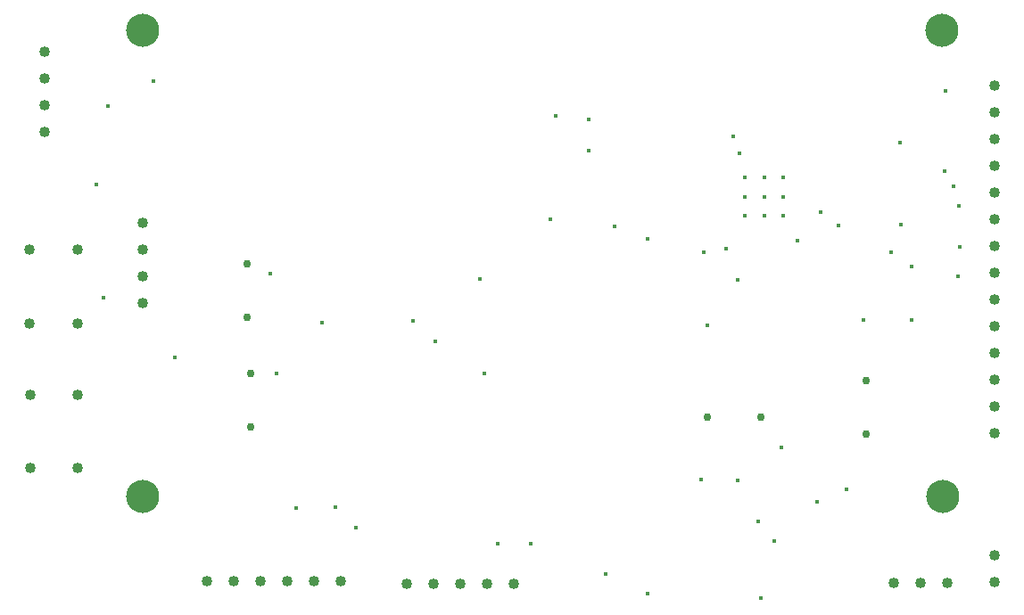
<source format=gbr>
G04 PROTEUS GERBER X2 FILE*
%TF.GenerationSoftware,Labcenter,Proteus,8.17-SP2-Build37159*%
%TF.CreationDate,2024-05-15T18:34:46+00:00*%
%TF.FileFunction,Plated,1,2,PTH*%
%TF.FilePolarity,Positive*%
%TF.Part,Single*%
%TF.SameCoordinates,{2fb43601-861e-418b-a464-66e3711116c9}*%
%FSLAX45Y45*%
%MOMM*%
G01*
%TA.AperFunction,ViaDrill*%
%ADD69C,0.381000*%
%TA.AperFunction,ComponentDrill*%
%ADD74C,1.016000*%
%TA.AperFunction,ComponentDrill*%
%ADD75C,0.762000*%
%TA.AperFunction,OtherDrill,Unknown*%
%ADD76C,3.150000*%
%ADD77C,1.016000*%
%TD.AperFunction*%
D69*
X-2993767Y+2124458D03*
X-3429625Y+1894004D03*
X+2743200Y-2057400D03*
X+270000Y-2266382D03*
X+770000Y+820000D03*
X+1131568Y+1468339D03*
X+1131568Y+1761768D03*
X+2773356Y-2784537D03*
X-1890000Y+297250D03*
X-1830000Y-649750D03*
X+2264912Y-190362D03*
X+2617000Y+1030000D03*
X+2800000Y+1030000D03*
X+2983000Y+1030000D03*
X+2983000Y+847000D03*
X+2800000Y+847000D03*
X+2617000Y+847000D03*
X+2617000Y+1214000D03*
X+2800000Y+1214000D03*
X+2983000Y+1214000D03*
X+144969Y-649750D03*
X-1075001Y-2115986D03*
X+2200000Y-1660000D03*
X+3581400Y-1752600D03*
X-531760Y-151955D03*
X+100000Y+250000D03*
X-1270000Y-1920000D03*
X-1642857Y-1928682D03*
X+3335833Y+884568D03*
X+4517440Y+1271372D03*
X+2566577Y+1446094D03*
X-3468191Y+73202D03*
X-3534596Y+1146753D03*
X+820000Y+1800000D03*
X+2506843Y+1601922D03*
X+4092025Y+1543909D03*
X+1695747Y-2741132D03*
X+1697730Y+632350D03*
X-1393488Y-162294D03*
X+2551677Y-1663344D03*
X+2439493Y+536679D03*
X+1381200Y+752400D03*
X+1300000Y-2550000D03*
X+583319Y-2265055D03*
X+4518775Y+2037039D03*
X+3507792Y+755111D03*
X+4596834Y+1130800D03*
X+4010000Y+500000D03*
X+4647651Y+942405D03*
X+2225625Y+499828D03*
X+2550000Y+240000D03*
X+3114606Y+615904D03*
X+4653570Y+556296D03*
X-2790000Y-492750D03*
X+4098734Y+764000D03*
X+2965539Y-1350000D03*
X+2898209Y-2241791D03*
X+4197137Y-137137D03*
X+3743801Y-141599D03*
X+4198864Y+365321D03*
X+4643200Y+275790D03*
X+3303314Y-1868830D03*
X-320000Y-340000D03*
D74*
X+422000Y-2642750D03*
X+168000Y-2642750D03*
X-86000Y-2642750D03*
X-340000Y-2642750D03*
X-594000Y-2642750D03*
X-4029000Y+1645250D03*
X-4029000Y+1899250D03*
X-4029000Y+2153250D03*
X-4029000Y+2407250D03*
D75*
X+3770000Y-714750D03*
X+3770000Y-1222750D03*
X-2075000Y-1157750D03*
X-2075000Y-649750D03*
X-2111000Y+395250D03*
X-2111000Y-112750D03*
D74*
X+4028000Y-2636750D03*
X+4282000Y-2636750D03*
X+4536000Y-2636750D03*
X+4990000Y-2626750D03*
X+4990000Y-2372750D03*
D76*
X-3100000Y+2607250D03*
X-3100000Y-1812750D03*
X+4490000Y+2607250D03*
X+4500000Y-1812750D03*
D74*
X-4170000Y-172750D03*
X-4170000Y+527250D03*
X-3720000Y-172750D03*
X-3720000Y+527250D03*
X-4165000Y-1547750D03*
X-4165000Y-847750D03*
X-3715000Y-1547750D03*
X-3715000Y-847750D03*
D75*
X+2770000Y-1062750D03*
X+2262000Y-1062750D03*
D74*
X-3100000Y+781250D03*
X-3100000Y+527250D03*
X-3100000Y+273250D03*
X-3100000Y+19250D03*
X-2490000Y-2622750D03*
X-2236000Y-2622750D03*
X-1982000Y-2622750D03*
X-1728000Y-2622750D03*
X-1474000Y-2622750D03*
X-1220000Y-2622750D03*
D77*
X+4990000Y-1214000D03*
X+4990000Y-960000D03*
X+4990000Y-706000D03*
X+4990000Y-452000D03*
X+4990000Y-198000D03*
X+4990000Y+56000D03*
X+4990000Y+310000D03*
X+4990000Y+564000D03*
X+4990000Y+818000D03*
X+4990000Y+1072000D03*
X+4990000Y+1326000D03*
X+4990000Y+1580000D03*
X+4990000Y+2090000D03*
X+4990000Y+1836000D03*
M02*

</source>
